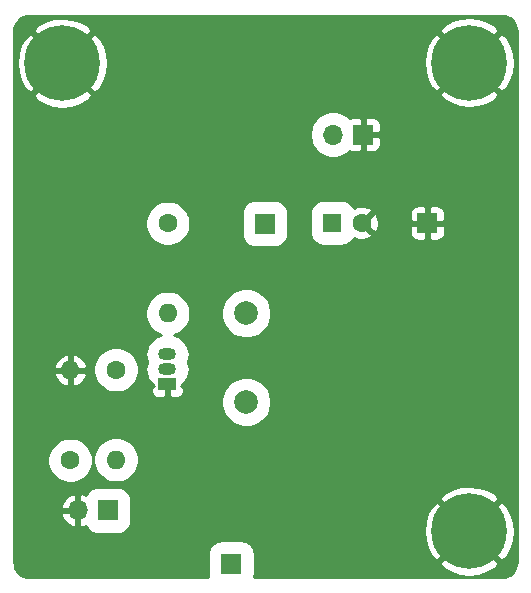
<source format=gtl>
G04 #@! TF.GenerationSoftware,KiCad,Pcbnew,(5.1.10)-1*
G04 #@! TF.CreationDate,2023-08-02T14:16:35+03:00*
G04 #@! TF.ProjectId,hv_cct,68765f63-6374-42e6-9b69-6361645f7063,rev?*
G04 #@! TF.SameCoordinates,Original*
G04 #@! TF.FileFunction,Copper,L1,Top*
G04 #@! TF.FilePolarity,Positive*
%FSLAX46Y46*%
G04 Gerber Fmt 4.6, Leading zero omitted, Abs format (unit mm)*
G04 Created by KiCad (PCBNEW (5.1.10)-1) date 2023-08-02 14:16:35*
%MOMM*%
%LPD*%
G01*
G04 APERTURE LIST*
G04 #@! TA.AperFunction,ComponentPad*
%ADD10C,6.400000*%
G04 #@! TD*
G04 #@! TA.AperFunction,ComponentPad*
%ADD11C,2.000000*%
G04 #@! TD*
G04 #@! TA.AperFunction,ComponentPad*
%ADD12O,1.600000X1.600000*%
G04 #@! TD*
G04 #@! TA.AperFunction,ComponentPad*
%ADD13C,1.600000*%
G04 #@! TD*
G04 #@! TA.AperFunction,ComponentPad*
%ADD14O,1.700000X1.700000*%
G04 #@! TD*
G04 #@! TA.AperFunction,ComponentPad*
%ADD15R,1.700000X1.700000*%
G04 #@! TD*
G04 #@! TA.AperFunction,ComponentPad*
%ADD16R,1.500000X1.050000*%
G04 #@! TD*
G04 #@! TA.AperFunction,ComponentPad*
%ADD17O,1.500000X1.050000*%
G04 #@! TD*
G04 #@! TA.AperFunction,ComponentPad*
%ADD18R,1.600000X1.600000*%
G04 #@! TD*
G04 #@! TA.AperFunction,ViaPad*
%ADD19C,0.800000*%
G04 #@! TD*
G04 #@! TA.AperFunction,Conductor*
%ADD20C,0.254000*%
G04 #@! TD*
G04 #@! TA.AperFunction,Conductor*
%ADD21C,0.100000*%
G04 #@! TD*
G04 APERTURE END LIST*
D10*
X187706000Y-71018400D03*
X222148400Y-110642400D03*
X222148400Y-70967600D03*
D11*
X203276200Y-99702000D03*
X203276200Y-92202000D03*
D12*
X196621400Y-92202000D03*
D13*
X196621400Y-84582000D03*
D12*
X192252600Y-104597200D03*
D13*
X192252600Y-96977200D03*
D12*
X188366400Y-97028000D03*
D13*
X188366400Y-104648000D03*
D14*
X210616800Y-77063600D03*
D15*
X213156800Y-77063600D03*
X218592400Y-84556600D03*
X204851000Y-84607400D03*
X202006200Y-113411000D03*
D14*
X189001400Y-108889800D03*
D15*
X191541400Y-108889800D03*
D16*
X196596000Y-98221800D03*
D17*
X196596000Y-95681800D03*
X196596000Y-96951800D03*
D13*
X213066000Y-84531200D03*
D18*
X210566000Y-84531200D03*
D19*
X199339200Y-102412800D03*
D20*
X225137716Y-67043016D02*
X225374460Y-67114493D01*
X225592811Y-67230592D01*
X225784454Y-67386892D01*
X225942085Y-67577435D01*
X226059707Y-67794973D01*
X226132836Y-68031213D01*
X226164601Y-68333438D01*
X226164600Y-113225990D01*
X226134584Y-113532117D01*
X226063107Y-113768859D01*
X225947005Y-113987215D01*
X225790709Y-114178853D01*
X225600161Y-114336487D01*
X225382629Y-114454107D01*
X225146386Y-114527236D01*
X224844172Y-114559000D01*
X203943514Y-114559000D01*
X203966893Y-114481931D01*
X203988653Y-114261000D01*
X203988653Y-113343281D01*
X219627124Y-113343281D01*
X219987312Y-113832948D01*
X220651282Y-114193249D01*
X221372785Y-114417094D01*
X222124095Y-114495880D01*
X222876338Y-114426578D01*
X223600608Y-114211852D01*
X224269070Y-113859955D01*
X224309488Y-113832948D01*
X224669676Y-113343281D01*
X222148400Y-110822005D01*
X219627124Y-113343281D01*
X203988653Y-113343281D01*
X203988653Y-112561000D01*
X203966893Y-112340069D01*
X203902450Y-112127629D01*
X203797800Y-111931843D01*
X203656965Y-111760235D01*
X203485357Y-111619400D01*
X203289571Y-111514750D01*
X203077131Y-111450307D01*
X202856200Y-111428547D01*
X201156200Y-111428547D01*
X200935269Y-111450307D01*
X200722829Y-111514750D01*
X200527043Y-111619400D01*
X200355435Y-111760235D01*
X200214600Y-111931843D01*
X200109950Y-112127629D01*
X200045507Y-112340069D01*
X200023747Y-112561000D01*
X200023747Y-114261000D01*
X200045507Y-114481931D01*
X200068886Y-114559000D01*
X184951610Y-114559000D01*
X184645483Y-114528984D01*
X184408741Y-114457507D01*
X184190385Y-114341405D01*
X183998747Y-114185109D01*
X183841113Y-113994561D01*
X183723493Y-113777029D01*
X183650364Y-113540786D01*
X183618600Y-113238572D01*
X183618600Y-109246691D01*
X187559919Y-109246691D01*
X187657243Y-109521052D01*
X187806222Y-109771155D01*
X188001131Y-109987388D01*
X188234480Y-110161441D01*
X188497301Y-110286625D01*
X188644510Y-110331276D01*
X188874400Y-110209955D01*
X188874400Y-109016800D01*
X187680586Y-109016800D01*
X187559919Y-109246691D01*
X183618600Y-109246691D01*
X183618600Y-108532909D01*
X187559919Y-108532909D01*
X187680586Y-108762800D01*
X188874400Y-108762800D01*
X188874400Y-107569645D01*
X189128400Y-107569645D01*
X189128400Y-108762800D01*
X189148400Y-108762800D01*
X189148400Y-109016800D01*
X189128400Y-109016800D01*
X189128400Y-110209955D01*
X189358290Y-110331276D01*
X189505499Y-110286625D01*
X189665147Y-110210583D01*
X189749800Y-110368957D01*
X189890635Y-110540565D01*
X190062243Y-110681400D01*
X190258029Y-110786050D01*
X190470469Y-110850493D01*
X190691400Y-110872253D01*
X192391400Y-110872253D01*
X192612331Y-110850493D01*
X192824771Y-110786050D01*
X193020557Y-110681400D01*
X193097694Y-110618095D01*
X218294920Y-110618095D01*
X218364222Y-111370338D01*
X218578948Y-112094608D01*
X218930845Y-112763070D01*
X218957852Y-112803488D01*
X219447519Y-113163676D01*
X221968795Y-110642400D01*
X222328005Y-110642400D01*
X224849281Y-113163676D01*
X225338948Y-112803488D01*
X225699249Y-112139518D01*
X225923094Y-111418015D01*
X226001880Y-110666705D01*
X225932578Y-109914462D01*
X225717852Y-109190192D01*
X225365955Y-108521730D01*
X225338948Y-108481312D01*
X224849281Y-108121124D01*
X222328005Y-110642400D01*
X221968795Y-110642400D01*
X219447519Y-108121124D01*
X218957852Y-108481312D01*
X218597551Y-109145282D01*
X218373706Y-109866785D01*
X218294920Y-110618095D01*
X193097694Y-110618095D01*
X193192165Y-110540565D01*
X193333000Y-110368957D01*
X193437650Y-110173171D01*
X193502093Y-109960731D01*
X193523853Y-109739800D01*
X193523853Y-108039800D01*
X193514174Y-107941519D01*
X219627124Y-107941519D01*
X222148400Y-110462795D01*
X224669676Y-107941519D01*
X224309488Y-107451852D01*
X223645518Y-107091551D01*
X222924015Y-106867706D01*
X222172705Y-106788920D01*
X221420462Y-106858222D01*
X220696192Y-107072948D01*
X220027730Y-107424845D01*
X219987312Y-107451852D01*
X219627124Y-107941519D01*
X193514174Y-107941519D01*
X193502093Y-107818869D01*
X193437650Y-107606429D01*
X193333000Y-107410643D01*
X193192165Y-107239035D01*
X193020557Y-107098200D01*
X192824771Y-106993550D01*
X192612331Y-106929107D01*
X192391400Y-106907347D01*
X190691400Y-106907347D01*
X190470469Y-106929107D01*
X190258029Y-106993550D01*
X190062243Y-107098200D01*
X189890635Y-107239035D01*
X189749800Y-107410643D01*
X189665147Y-107569017D01*
X189505499Y-107492975D01*
X189358290Y-107448324D01*
X189128400Y-107569645D01*
X188874400Y-107569645D01*
X188644510Y-107448324D01*
X188497301Y-107492975D01*
X188234480Y-107618159D01*
X188001131Y-107792212D01*
X187806222Y-108008445D01*
X187657243Y-108258548D01*
X187559919Y-108532909D01*
X183618600Y-108532909D01*
X183618600Y-104458207D01*
X186439400Y-104458207D01*
X186439400Y-104837793D01*
X186513453Y-105210085D01*
X186658715Y-105560777D01*
X186869601Y-105876391D01*
X187138009Y-106144799D01*
X187453623Y-106355685D01*
X187804315Y-106500947D01*
X188176607Y-106575000D01*
X188556193Y-106575000D01*
X188928485Y-106500947D01*
X189279177Y-106355685D01*
X189594791Y-106144799D01*
X189863199Y-105876391D01*
X190074085Y-105560777D01*
X190219347Y-105210085D01*
X190293400Y-104837793D01*
X190293400Y-104458207D01*
X190283296Y-104407407D01*
X190325600Y-104407407D01*
X190325600Y-104786993D01*
X190399653Y-105159285D01*
X190544915Y-105509977D01*
X190755801Y-105825591D01*
X191024209Y-106093999D01*
X191339823Y-106304885D01*
X191690515Y-106450147D01*
X192062807Y-106524200D01*
X192442393Y-106524200D01*
X192814685Y-106450147D01*
X193165377Y-106304885D01*
X193480991Y-106093999D01*
X193749399Y-105825591D01*
X193960285Y-105509977D01*
X194105547Y-105159285D01*
X194179600Y-104786993D01*
X194179600Y-104407407D01*
X194105547Y-104035115D01*
X193960285Y-103684423D01*
X193749399Y-103368809D01*
X193480991Y-103100401D01*
X193165377Y-102889515D01*
X192814685Y-102744253D01*
X192442393Y-102670200D01*
X192062807Y-102670200D01*
X191690515Y-102744253D01*
X191339823Y-102889515D01*
X191024209Y-103100401D01*
X190755801Y-103368809D01*
X190544915Y-103684423D01*
X190399653Y-104035115D01*
X190325600Y-104407407D01*
X190283296Y-104407407D01*
X190219347Y-104085915D01*
X190074085Y-103735223D01*
X189863199Y-103419609D01*
X189594791Y-103151201D01*
X189279177Y-102940315D01*
X188928485Y-102795053D01*
X188556193Y-102721000D01*
X188176607Y-102721000D01*
X187804315Y-102795053D01*
X187453623Y-102940315D01*
X187138009Y-103151201D01*
X186869601Y-103419609D01*
X186658715Y-103735223D01*
X186513453Y-104085915D01*
X186439400Y-104458207D01*
X183618600Y-104458207D01*
X183618600Y-99492509D01*
X201149200Y-99492509D01*
X201149200Y-99911491D01*
X201230939Y-100322423D01*
X201391277Y-100709512D01*
X201624051Y-101057884D01*
X201920316Y-101354149D01*
X202268688Y-101586923D01*
X202655777Y-101747261D01*
X203066709Y-101829000D01*
X203485691Y-101829000D01*
X203896623Y-101747261D01*
X204283712Y-101586923D01*
X204632084Y-101354149D01*
X204928349Y-101057884D01*
X205161123Y-100709512D01*
X205321461Y-100322423D01*
X205403200Y-99911491D01*
X205403200Y-99492509D01*
X205321461Y-99081577D01*
X205161123Y-98694488D01*
X204928349Y-98346116D01*
X204632084Y-98049851D01*
X204283712Y-97817077D01*
X203896623Y-97656739D01*
X203485691Y-97575000D01*
X203066709Y-97575000D01*
X202655777Y-97656739D01*
X202268688Y-97817077D01*
X201920316Y-98049851D01*
X201624051Y-98346116D01*
X201391277Y-98694488D01*
X201230939Y-99081577D01*
X201149200Y-99492509D01*
X183618600Y-99492509D01*
X183618600Y-97377040D01*
X186974491Y-97377040D01*
X187069330Y-97641881D01*
X187214015Y-97883131D01*
X187402986Y-98091519D01*
X187628980Y-98259037D01*
X187883313Y-98379246D01*
X188017361Y-98419904D01*
X188239400Y-98297915D01*
X188239400Y-97155000D01*
X188493400Y-97155000D01*
X188493400Y-98297915D01*
X188715439Y-98419904D01*
X188849487Y-98379246D01*
X189103820Y-98259037D01*
X189329814Y-98091519D01*
X189518785Y-97883131D01*
X189663470Y-97641881D01*
X189758309Y-97377040D01*
X189637024Y-97155000D01*
X188493400Y-97155000D01*
X188239400Y-97155000D01*
X187095776Y-97155000D01*
X186974491Y-97377040D01*
X183618600Y-97377040D01*
X183618600Y-96678960D01*
X186974491Y-96678960D01*
X187095776Y-96901000D01*
X188239400Y-96901000D01*
X188239400Y-95758085D01*
X188493400Y-95758085D01*
X188493400Y-96901000D01*
X189637024Y-96901000D01*
X189699071Y-96787407D01*
X190325600Y-96787407D01*
X190325600Y-97166993D01*
X190399653Y-97539285D01*
X190544915Y-97889977D01*
X190755801Y-98205591D01*
X191024209Y-98473999D01*
X191339823Y-98684885D01*
X191690515Y-98830147D01*
X192062807Y-98904200D01*
X192442393Y-98904200D01*
X192814685Y-98830147D01*
X193165377Y-98684885D01*
X193480991Y-98473999D01*
X193749399Y-98205591D01*
X193960285Y-97889977D01*
X194105547Y-97539285D01*
X194179600Y-97166993D01*
X194179600Y-96787407D01*
X194105547Y-96415115D01*
X193960285Y-96064423D01*
X193749399Y-95748809D01*
X193480991Y-95480401D01*
X193165377Y-95269515D01*
X192814685Y-95124253D01*
X192442393Y-95050200D01*
X192062807Y-95050200D01*
X191690515Y-95124253D01*
X191339823Y-95269515D01*
X191024209Y-95480401D01*
X190755801Y-95748809D01*
X190544915Y-96064423D01*
X190399653Y-96415115D01*
X190325600Y-96787407D01*
X189699071Y-96787407D01*
X189758309Y-96678960D01*
X189663470Y-96414119D01*
X189518785Y-96172869D01*
X189329814Y-95964481D01*
X189103820Y-95796963D01*
X188849487Y-95676754D01*
X188715439Y-95636096D01*
X188493400Y-95758085D01*
X188239400Y-95758085D01*
X188017361Y-95636096D01*
X187883313Y-95676754D01*
X187628980Y-95796963D01*
X187402986Y-95964481D01*
X187214015Y-96172869D01*
X187069330Y-96414119D01*
X186974491Y-96678960D01*
X183618600Y-96678960D01*
X183618600Y-92012207D01*
X194694400Y-92012207D01*
X194694400Y-92391793D01*
X194768453Y-92764085D01*
X194913715Y-93114777D01*
X195124601Y-93430391D01*
X195393009Y-93698799D01*
X195708623Y-93909685D01*
X196054552Y-94052974D01*
X196047151Y-94053703D01*
X195735748Y-94148166D01*
X195448757Y-94301566D01*
X195197208Y-94508008D01*
X194990766Y-94759557D01*
X194837366Y-95046548D01*
X194742903Y-95357951D01*
X194711007Y-95681800D01*
X194742903Y-96005649D01*
X194837290Y-96316800D01*
X194742903Y-96627951D01*
X194711007Y-96951800D01*
X194742903Y-97275649D01*
X194837366Y-97587052D01*
X194990766Y-97874043D01*
X195197208Y-98125592D01*
X195448757Y-98332034D01*
X195480124Y-98348800D01*
X195369750Y-98348800D01*
X195211000Y-98507550D01*
X195207928Y-98746800D01*
X195220188Y-98871282D01*
X195256498Y-98990980D01*
X195315463Y-99101294D01*
X195394815Y-99197985D01*
X195491506Y-99277337D01*
X195601820Y-99336302D01*
X195721518Y-99372612D01*
X195846000Y-99384872D01*
X196310250Y-99381800D01*
X196469000Y-99223050D01*
X196469000Y-98603800D01*
X196723000Y-98603800D01*
X196723000Y-99223050D01*
X196881750Y-99381800D01*
X197346000Y-99384872D01*
X197470482Y-99372612D01*
X197590180Y-99336302D01*
X197700494Y-99277337D01*
X197797185Y-99197985D01*
X197876537Y-99101294D01*
X197935502Y-98990980D01*
X197971812Y-98871282D01*
X197984072Y-98746800D01*
X197981000Y-98507550D01*
X197822250Y-98348800D01*
X197711876Y-98348800D01*
X197743243Y-98332034D01*
X197994792Y-98125592D01*
X198201234Y-97874043D01*
X198354634Y-97587052D01*
X198449097Y-97275649D01*
X198480993Y-96951800D01*
X198449097Y-96627951D01*
X198354710Y-96316800D01*
X198449097Y-96005649D01*
X198480993Y-95681800D01*
X198449097Y-95357951D01*
X198354634Y-95046548D01*
X198201234Y-94759557D01*
X197994792Y-94508008D01*
X197743243Y-94301566D01*
X197456252Y-94148166D01*
X197162627Y-94059096D01*
X197183485Y-94054947D01*
X197534177Y-93909685D01*
X197849791Y-93698799D01*
X198118199Y-93430391D01*
X198329085Y-93114777D01*
X198474347Y-92764085D01*
X198548400Y-92391793D01*
X198548400Y-92012207D01*
X198544482Y-91992509D01*
X201149200Y-91992509D01*
X201149200Y-92411491D01*
X201230939Y-92822423D01*
X201391277Y-93209512D01*
X201624051Y-93557884D01*
X201920316Y-93854149D01*
X202268688Y-94086923D01*
X202655777Y-94247261D01*
X203066709Y-94329000D01*
X203485691Y-94329000D01*
X203896623Y-94247261D01*
X204283712Y-94086923D01*
X204632084Y-93854149D01*
X204928349Y-93557884D01*
X205161123Y-93209512D01*
X205321461Y-92822423D01*
X205403200Y-92411491D01*
X205403200Y-91992509D01*
X205321461Y-91581577D01*
X205161123Y-91194488D01*
X204928349Y-90846116D01*
X204632084Y-90549851D01*
X204283712Y-90317077D01*
X203896623Y-90156739D01*
X203485691Y-90075000D01*
X203066709Y-90075000D01*
X202655777Y-90156739D01*
X202268688Y-90317077D01*
X201920316Y-90549851D01*
X201624051Y-90846116D01*
X201391277Y-91194488D01*
X201230939Y-91581577D01*
X201149200Y-91992509D01*
X198544482Y-91992509D01*
X198474347Y-91639915D01*
X198329085Y-91289223D01*
X198118199Y-90973609D01*
X197849791Y-90705201D01*
X197534177Y-90494315D01*
X197183485Y-90349053D01*
X196811193Y-90275000D01*
X196431607Y-90275000D01*
X196059315Y-90349053D01*
X195708623Y-90494315D01*
X195393009Y-90705201D01*
X195124601Y-90973609D01*
X194913715Y-91289223D01*
X194768453Y-91639915D01*
X194694400Y-92012207D01*
X183618600Y-92012207D01*
X183618600Y-84392207D01*
X194694400Y-84392207D01*
X194694400Y-84771793D01*
X194768453Y-85144085D01*
X194913715Y-85494777D01*
X195124601Y-85810391D01*
X195393009Y-86078799D01*
X195708623Y-86289685D01*
X196059315Y-86434947D01*
X196431607Y-86509000D01*
X196811193Y-86509000D01*
X197183485Y-86434947D01*
X197534177Y-86289685D01*
X197849791Y-86078799D01*
X198118199Y-85810391D01*
X198329085Y-85494777D01*
X198474347Y-85144085D01*
X198548400Y-84771793D01*
X198548400Y-84392207D01*
X198474347Y-84019915D01*
X198365610Y-83757400D01*
X202868547Y-83757400D01*
X202868547Y-85457400D01*
X202890307Y-85678331D01*
X202954750Y-85890771D01*
X203059400Y-86086557D01*
X203200235Y-86258165D01*
X203371843Y-86399000D01*
X203567629Y-86503650D01*
X203780069Y-86568093D01*
X204001000Y-86589853D01*
X205701000Y-86589853D01*
X205921931Y-86568093D01*
X206134371Y-86503650D01*
X206330157Y-86399000D01*
X206501765Y-86258165D01*
X206642600Y-86086557D01*
X206747250Y-85890771D01*
X206811693Y-85678331D01*
X206833453Y-85457400D01*
X206833453Y-83757400D01*
X206830873Y-83731200D01*
X208633547Y-83731200D01*
X208633547Y-85331200D01*
X208655307Y-85552131D01*
X208719750Y-85764571D01*
X208824400Y-85960357D01*
X208965235Y-86131965D01*
X209136843Y-86272800D01*
X209332629Y-86377450D01*
X209545069Y-86441893D01*
X209766000Y-86463653D01*
X211366000Y-86463653D01*
X211586931Y-86441893D01*
X211799371Y-86377450D01*
X211995157Y-86272800D01*
X212166765Y-86131965D01*
X212307600Y-85960357D01*
X212393126Y-85800349D01*
X212579996Y-85888771D01*
X212854184Y-85957500D01*
X213136512Y-85971417D01*
X213416130Y-85929987D01*
X213682292Y-85834803D01*
X213807514Y-85767871D01*
X213879097Y-85523902D01*
X213761795Y-85406600D01*
X217104328Y-85406600D01*
X217116588Y-85531082D01*
X217152898Y-85650780D01*
X217211863Y-85761094D01*
X217291215Y-85857785D01*
X217387906Y-85937137D01*
X217498220Y-85996102D01*
X217617918Y-86032412D01*
X217742400Y-86044672D01*
X218306650Y-86041600D01*
X218465400Y-85882850D01*
X218465400Y-84683600D01*
X218719400Y-84683600D01*
X218719400Y-85882850D01*
X218878150Y-86041600D01*
X219442400Y-86044672D01*
X219566882Y-86032412D01*
X219686580Y-85996102D01*
X219796894Y-85937137D01*
X219893585Y-85857785D01*
X219972937Y-85761094D01*
X220031902Y-85650780D01*
X220068212Y-85531082D01*
X220080472Y-85406600D01*
X220077400Y-84842350D01*
X219918650Y-84683600D01*
X218719400Y-84683600D01*
X218465400Y-84683600D01*
X217266150Y-84683600D01*
X217107400Y-84842350D01*
X217104328Y-85406600D01*
X213761795Y-85406600D01*
X213066000Y-84710805D01*
X213051858Y-84724948D01*
X212872253Y-84545343D01*
X212886395Y-84531200D01*
X213245605Y-84531200D01*
X214058702Y-85344297D01*
X214302671Y-85272714D01*
X214423571Y-85017204D01*
X214492300Y-84743016D01*
X214506217Y-84460688D01*
X214464787Y-84181070D01*
X214369603Y-83914908D01*
X214302671Y-83789686D01*
X214058702Y-83718103D01*
X213245605Y-84531200D01*
X212886395Y-84531200D01*
X212872253Y-84517058D01*
X213051858Y-84337453D01*
X213066000Y-84351595D01*
X213710995Y-83706600D01*
X217104328Y-83706600D01*
X217107400Y-84270850D01*
X217266150Y-84429600D01*
X218465400Y-84429600D01*
X218465400Y-83230350D01*
X218719400Y-83230350D01*
X218719400Y-84429600D01*
X219918650Y-84429600D01*
X220077400Y-84270850D01*
X220080472Y-83706600D01*
X220068212Y-83582118D01*
X220031902Y-83462420D01*
X219972937Y-83352106D01*
X219893585Y-83255415D01*
X219796894Y-83176063D01*
X219686580Y-83117098D01*
X219566882Y-83080788D01*
X219442400Y-83068528D01*
X218878150Y-83071600D01*
X218719400Y-83230350D01*
X218465400Y-83230350D01*
X218306650Y-83071600D01*
X217742400Y-83068528D01*
X217617918Y-83080788D01*
X217498220Y-83117098D01*
X217387906Y-83176063D01*
X217291215Y-83255415D01*
X217211863Y-83352106D01*
X217152898Y-83462420D01*
X217116588Y-83582118D01*
X217104328Y-83706600D01*
X213710995Y-83706600D01*
X213879097Y-83538498D01*
X213807514Y-83294529D01*
X213552004Y-83173629D01*
X213277816Y-83104900D01*
X212995488Y-83090983D01*
X212715870Y-83132413D01*
X212449708Y-83227597D01*
X212391376Y-83258776D01*
X212307600Y-83102043D01*
X212166765Y-82930435D01*
X211995157Y-82789600D01*
X211799371Y-82684950D01*
X211586931Y-82620507D01*
X211366000Y-82598747D01*
X209766000Y-82598747D01*
X209545069Y-82620507D01*
X209332629Y-82684950D01*
X209136843Y-82789600D01*
X208965235Y-82930435D01*
X208824400Y-83102043D01*
X208719750Y-83297829D01*
X208655307Y-83510269D01*
X208633547Y-83731200D01*
X206830873Y-83731200D01*
X206811693Y-83536469D01*
X206747250Y-83324029D01*
X206642600Y-83128243D01*
X206501765Y-82956635D01*
X206330157Y-82815800D01*
X206134371Y-82711150D01*
X205921931Y-82646707D01*
X205701000Y-82624947D01*
X204001000Y-82624947D01*
X203780069Y-82646707D01*
X203567629Y-82711150D01*
X203371843Y-82815800D01*
X203200235Y-82956635D01*
X203059400Y-83128243D01*
X202954750Y-83324029D01*
X202890307Y-83536469D01*
X202868547Y-83757400D01*
X198365610Y-83757400D01*
X198329085Y-83669223D01*
X198118199Y-83353609D01*
X197849791Y-83085201D01*
X197534177Y-82874315D01*
X197183485Y-82729053D01*
X196811193Y-82655000D01*
X196431607Y-82655000D01*
X196059315Y-82729053D01*
X195708623Y-82874315D01*
X195393009Y-83085201D01*
X195124601Y-83353609D01*
X194913715Y-83669223D01*
X194768453Y-84019915D01*
X194694400Y-84392207D01*
X183618600Y-84392207D01*
X183618600Y-76868882D01*
X208639800Y-76868882D01*
X208639800Y-77258318D01*
X208715775Y-77640270D01*
X208864805Y-78000061D01*
X209081164Y-78323864D01*
X209356536Y-78599236D01*
X209680339Y-78815595D01*
X210040130Y-78964625D01*
X210422082Y-79040600D01*
X210811518Y-79040600D01*
X211193470Y-78964625D01*
X211553261Y-78815595D01*
X211877064Y-78599236D01*
X212004346Y-78471954D01*
X212062620Y-78503102D01*
X212182318Y-78539412D01*
X212306800Y-78551672D01*
X212871050Y-78548600D01*
X213029800Y-78389850D01*
X213029800Y-77190600D01*
X213283800Y-77190600D01*
X213283800Y-78389850D01*
X213442550Y-78548600D01*
X214006800Y-78551672D01*
X214131282Y-78539412D01*
X214250980Y-78503102D01*
X214361294Y-78444137D01*
X214457985Y-78364785D01*
X214537337Y-78268094D01*
X214596302Y-78157780D01*
X214632612Y-78038082D01*
X214644872Y-77913600D01*
X214641800Y-77349350D01*
X214483050Y-77190600D01*
X213283800Y-77190600D01*
X213029800Y-77190600D01*
X213009800Y-77190600D01*
X213009800Y-76936600D01*
X213029800Y-76936600D01*
X213029800Y-75737350D01*
X213283800Y-75737350D01*
X213283800Y-76936600D01*
X214483050Y-76936600D01*
X214641800Y-76777850D01*
X214644872Y-76213600D01*
X214632612Y-76089118D01*
X214596302Y-75969420D01*
X214537337Y-75859106D01*
X214457985Y-75762415D01*
X214361294Y-75683063D01*
X214250980Y-75624098D01*
X214131282Y-75587788D01*
X214006800Y-75575528D01*
X213442550Y-75578600D01*
X213283800Y-75737350D01*
X213029800Y-75737350D01*
X212871050Y-75578600D01*
X212306800Y-75575528D01*
X212182318Y-75587788D01*
X212062620Y-75624098D01*
X212004346Y-75655246D01*
X211877064Y-75527964D01*
X211553261Y-75311605D01*
X211193470Y-75162575D01*
X210811518Y-75086600D01*
X210422082Y-75086600D01*
X210040130Y-75162575D01*
X209680339Y-75311605D01*
X209356536Y-75527964D01*
X209081164Y-75803336D01*
X208864805Y-76127139D01*
X208715775Y-76486930D01*
X208639800Y-76868882D01*
X183618600Y-76868882D01*
X183618600Y-73719281D01*
X185184724Y-73719281D01*
X185544912Y-74208948D01*
X186208882Y-74569249D01*
X186930385Y-74793094D01*
X187681695Y-74871880D01*
X188433938Y-74802578D01*
X189158208Y-74587852D01*
X189826670Y-74235955D01*
X189867088Y-74208948D01*
X190227276Y-73719281D01*
X190176476Y-73668481D01*
X219627124Y-73668481D01*
X219987312Y-74158148D01*
X220651282Y-74518449D01*
X221372785Y-74742294D01*
X222124095Y-74821080D01*
X222876338Y-74751778D01*
X223600608Y-74537052D01*
X224269070Y-74185155D01*
X224309488Y-74158148D01*
X224669676Y-73668481D01*
X222148400Y-71147205D01*
X219627124Y-73668481D01*
X190176476Y-73668481D01*
X187706000Y-71198005D01*
X185184724Y-73719281D01*
X183618600Y-73719281D01*
X183618600Y-70994095D01*
X183852520Y-70994095D01*
X183921822Y-71746338D01*
X184136548Y-72470608D01*
X184488445Y-73139070D01*
X184515452Y-73179488D01*
X185005119Y-73539676D01*
X187526395Y-71018400D01*
X187885605Y-71018400D01*
X190406881Y-73539676D01*
X190896548Y-73179488D01*
X191256849Y-72515518D01*
X191480694Y-71794015D01*
X191559480Y-71042705D01*
X191550322Y-70943295D01*
X218294920Y-70943295D01*
X218364222Y-71695538D01*
X218578948Y-72419808D01*
X218930845Y-73088270D01*
X218957852Y-73128688D01*
X219447519Y-73488876D01*
X221968795Y-70967600D01*
X222328005Y-70967600D01*
X224849281Y-73488876D01*
X225338948Y-73128688D01*
X225699249Y-72464718D01*
X225923094Y-71743215D01*
X226001880Y-70991905D01*
X225932578Y-70239662D01*
X225717852Y-69515392D01*
X225365955Y-68846930D01*
X225338948Y-68806512D01*
X224849281Y-68446324D01*
X222328005Y-70967600D01*
X221968795Y-70967600D01*
X219447519Y-68446324D01*
X218957852Y-68806512D01*
X218597551Y-69470482D01*
X218373706Y-70191985D01*
X218294920Y-70943295D01*
X191550322Y-70943295D01*
X191490178Y-70290462D01*
X191275452Y-69566192D01*
X190923555Y-68897730D01*
X190896548Y-68857312D01*
X190406881Y-68497124D01*
X187885605Y-71018400D01*
X187526395Y-71018400D01*
X185005119Y-68497124D01*
X184515452Y-68857312D01*
X184155151Y-69521282D01*
X183931306Y-70242785D01*
X183852520Y-70994095D01*
X183618600Y-70994095D01*
X183618600Y-68346010D01*
X183621393Y-68317519D01*
X185184724Y-68317519D01*
X187706000Y-70838795D01*
X190227276Y-68317519D01*
X190189909Y-68266719D01*
X219627124Y-68266719D01*
X222148400Y-70787995D01*
X224669676Y-68266719D01*
X224309488Y-67777052D01*
X223645518Y-67416751D01*
X222924015Y-67192906D01*
X222172705Y-67114120D01*
X221420462Y-67183422D01*
X220696192Y-67398148D01*
X220027730Y-67750045D01*
X219987312Y-67777052D01*
X219627124Y-68266719D01*
X190189909Y-68266719D01*
X189867088Y-67827852D01*
X189203118Y-67467551D01*
X188481615Y-67243706D01*
X187730305Y-67164920D01*
X186978062Y-67234222D01*
X186253792Y-67448948D01*
X185585330Y-67800845D01*
X185544912Y-67827852D01*
X185184724Y-68317519D01*
X183621393Y-68317519D01*
X183648616Y-68039884D01*
X183720093Y-67803140D01*
X183836192Y-67584789D01*
X183992492Y-67393146D01*
X184183035Y-67235515D01*
X184400573Y-67117893D01*
X184636813Y-67044764D01*
X184939029Y-67013000D01*
X224831590Y-67013000D01*
X225137716Y-67043016D01*
G04 #@! TA.AperFunction,Conductor*
D21*
G36*
X225137716Y-67043016D02*
G01*
X225374460Y-67114493D01*
X225592811Y-67230592D01*
X225784454Y-67386892D01*
X225942085Y-67577435D01*
X226059707Y-67794973D01*
X226132836Y-68031213D01*
X226164601Y-68333438D01*
X226164600Y-113225990D01*
X226134584Y-113532117D01*
X226063107Y-113768859D01*
X225947005Y-113987215D01*
X225790709Y-114178853D01*
X225600161Y-114336487D01*
X225382629Y-114454107D01*
X225146386Y-114527236D01*
X224844172Y-114559000D01*
X203943514Y-114559000D01*
X203966893Y-114481931D01*
X203988653Y-114261000D01*
X203988653Y-113343281D01*
X219627124Y-113343281D01*
X219987312Y-113832948D01*
X220651282Y-114193249D01*
X221372785Y-114417094D01*
X222124095Y-114495880D01*
X222876338Y-114426578D01*
X223600608Y-114211852D01*
X224269070Y-113859955D01*
X224309488Y-113832948D01*
X224669676Y-113343281D01*
X222148400Y-110822005D01*
X219627124Y-113343281D01*
X203988653Y-113343281D01*
X203988653Y-112561000D01*
X203966893Y-112340069D01*
X203902450Y-112127629D01*
X203797800Y-111931843D01*
X203656965Y-111760235D01*
X203485357Y-111619400D01*
X203289571Y-111514750D01*
X203077131Y-111450307D01*
X202856200Y-111428547D01*
X201156200Y-111428547D01*
X200935269Y-111450307D01*
X200722829Y-111514750D01*
X200527043Y-111619400D01*
X200355435Y-111760235D01*
X200214600Y-111931843D01*
X200109950Y-112127629D01*
X200045507Y-112340069D01*
X200023747Y-112561000D01*
X200023747Y-114261000D01*
X200045507Y-114481931D01*
X200068886Y-114559000D01*
X184951610Y-114559000D01*
X184645483Y-114528984D01*
X184408741Y-114457507D01*
X184190385Y-114341405D01*
X183998747Y-114185109D01*
X183841113Y-113994561D01*
X183723493Y-113777029D01*
X183650364Y-113540786D01*
X183618600Y-113238572D01*
X183618600Y-109246691D01*
X187559919Y-109246691D01*
X187657243Y-109521052D01*
X187806222Y-109771155D01*
X188001131Y-109987388D01*
X188234480Y-110161441D01*
X188497301Y-110286625D01*
X188644510Y-110331276D01*
X188874400Y-110209955D01*
X188874400Y-109016800D01*
X187680586Y-109016800D01*
X187559919Y-109246691D01*
X183618600Y-109246691D01*
X183618600Y-108532909D01*
X187559919Y-108532909D01*
X187680586Y-108762800D01*
X188874400Y-108762800D01*
X188874400Y-107569645D01*
X189128400Y-107569645D01*
X189128400Y-108762800D01*
X189148400Y-108762800D01*
X189148400Y-109016800D01*
X189128400Y-109016800D01*
X189128400Y-110209955D01*
X189358290Y-110331276D01*
X189505499Y-110286625D01*
X189665147Y-110210583D01*
X189749800Y-110368957D01*
X189890635Y-110540565D01*
X190062243Y-110681400D01*
X190258029Y-110786050D01*
X190470469Y-110850493D01*
X190691400Y-110872253D01*
X192391400Y-110872253D01*
X192612331Y-110850493D01*
X192824771Y-110786050D01*
X193020557Y-110681400D01*
X193097694Y-110618095D01*
X218294920Y-110618095D01*
X218364222Y-111370338D01*
X218578948Y-112094608D01*
X218930845Y-112763070D01*
X218957852Y-112803488D01*
X219447519Y-113163676D01*
X221968795Y-110642400D01*
X222328005Y-110642400D01*
X224849281Y-113163676D01*
X225338948Y-112803488D01*
X225699249Y-112139518D01*
X225923094Y-111418015D01*
X226001880Y-110666705D01*
X225932578Y-109914462D01*
X225717852Y-109190192D01*
X225365955Y-108521730D01*
X225338948Y-108481312D01*
X224849281Y-108121124D01*
X222328005Y-110642400D01*
X221968795Y-110642400D01*
X219447519Y-108121124D01*
X218957852Y-108481312D01*
X218597551Y-109145282D01*
X218373706Y-109866785D01*
X218294920Y-110618095D01*
X193097694Y-110618095D01*
X193192165Y-110540565D01*
X193333000Y-110368957D01*
X193437650Y-110173171D01*
X193502093Y-109960731D01*
X193523853Y-109739800D01*
X193523853Y-108039800D01*
X193514174Y-107941519D01*
X219627124Y-107941519D01*
X222148400Y-110462795D01*
X224669676Y-107941519D01*
X224309488Y-107451852D01*
X223645518Y-107091551D01*
X222924015Y-106867706D01*
X222172705Y-106788920D01*
X221420462Y-106858222D01*
X220696192Y-107072948D01*
X220027730Y-107424845D01*
X219987312Y-107451852D01*
X219627124Y-107941519D01*
X193514174Y-107941519D01*
X193502093Y-107818869D01*
X193437650Y-107606429D01*
X193333000Y-107410643D01*
X193192165Y-107239035D01*
X193020557Y-107098200D01*
X192824771Y-106993550D01*
X192612331Y-106929107D01*
X192391400Y-106907347D01*
X190691400Y-106907347D01*
X190470469Y-106929107D01*
X190258029Y-106993550D01*
X190062243Y-107098200D01*
X189890635Y-107239035D01*
X189749800Y-107410643D01*
X189665147Y-107569017D01*
X189505499Y-107492975D01*
X189358290Y-107448324D01*
X189128400Y-107569645D01*
X188874400Y-107569645D01*
X188644510Y-107448324D01*
X188497301Y-107492975D01*
X188234480Y-107618159D01*
X188001131Y-107792212D01*
X187806222Y-108008445D01*
X187657243Y-108258548D01*
X187559919Y-108532909D01*
X183618600Y-108532909D01*
X183618600Y-104458207D01*
X186439400Y-104458207D01*
X186439400Y-104837793D01*
X186513453Y-105210085D01*
X186658715Y-105560777D01*
X186869601Y-105876391D01*
X187138009Y-106144799D01*
X187453623Y-106355685D01*
X187804315Y-106500947D01*
X188176607Y-106575000D01*
X188556193Y-106575000D01*
X188928485Y-106500947D01*
X189279177Y-106355685D01*
X189594791Y-106144799D01*
X189863199Y-105876391D01*
X190074085Y-105560777D01*
X190219347Y-105210085D01*
X190293400Y-104837793D01*
X190293400Y-104458207D01*
X190283296Y-104407407D01*
X190325600Y-104407407D01*
X190325600Y-104786993D01*
X190399653Y-105159285D01*
X190544915Y-105509977D01*
X190755801Y-105825591D01*
X191024209Y-106093999D01*
X191339823Y-106304885D01*
X191690515Y-106450147D01*
X192062807Y-106524200D01*
X192442393Y-106524200D01*
X192814685Y-106450147D01*
X193165377Y-106304885D01*
X193480991Y-106093999D01*
X193749399Y-105825591D01*
X193960285Y-105509977D01*
X194105547Y-105159285D01*
X194179600Y-104786993D01*
X194179600Y-104407407D01*
X194105547Y-104035115D01*
X193960285Y-103684423D01*
X193749399Y-103368809D01*
X193480991Y-103100401D01*
X193165377Y-102889515D01*
X192814685Y-102744253D01*
X192442393Y-102670200D01*
X192062807Y-102670200D01*
X191690515Y-102744253D01*
X191339823Y-102889515D01*
X191024209Y-103100401D01*
X190755801Y-103368809D01*
X190544915Y-103684423D01*
X190399653Y-104035115D01*
X190325600Y-104407407D01*
X190283296Y-104407407D01*
X190219347Y-104085915D01*
X190074085Y-103735223D01*
X189863199Y-103419609D01*
X189594791Y-103151201D01*
X189279177Y-102940315D01*
X188928485Y-102795053D01*
X188556193Y-102721000D01*
X188176607Y-102721000D01*
X187804315Y-102795053D01*
X187453623Y-102940315D01*
X187138009Y-103151201D01*
X186869601Y-103419609D01*
X186658715Y-103735223D01*
X186513453Y-104085915D01*
X186439400Y-104458207D01*
X183618600Y-104458207D01*
X183618600Y-99492509D01*
X201149200Y-99492509D01*
X201149200Y-99911491D01*
X201230939Y-100322423D01*
X201391277Y-100709512D01*
X201624051Y-101057884D01*
X201920316Y-101354149D01*
X202268688Y-101586923D01*
X202655777Y-101747261D01*
X203066709Y-101829000D01*
X203485691Y-101829000D01*
X203896623Y-101747261D01*
X204283712Y-101586923D01*
X204632084Y-101354149D01*
X204928349Y-101057884D01*
X205161123Y-100709512D01*
X205321461Y-100322423D01*
X205403200Y-99911491D01*
X205403200Y-99492509D01*
X205321461Y-99081577D01*
X205161123Y-98694488D01*
X204928349Y-98346116D01*
X204632084Y-98049851D01*
X204283712Y-97817077D01*
X203896623Y-97656739D01*
X203485691Y-97575000D01*
X203066709Y-97575000D01*
X202655777Y-97656739D01*
X202268688Y-97817077D01*
X201920316Y-98049851D01*
X201624051Y-98346116D01*
X201391277Y-98694488D01*
X201230939Y-99081577D01*
X201149200Y-99492509D01*
X183618600Y-99492509D01*
X183618600Y-97377040D01*
X186974491Y-97377040D01*
X187069330Y-97641881D01*
X187214015Y-97883131D01*
X187402986Y-98091519D01*
X187628980Y-98259037D01*
X187883313Y-98379246D01*
X188017361Y-98419904D01*
X188239400Y-98297915D01*
X188239400Y-97155000D01*
X188493400Y-97155000D01*
X188493400Y-98297915D01*
X188715439Y-98419904D01*
X188849487Y-98379246D01*
X189103820Y-98259037D01*
X189329814Y-98091519D01*
X189518785Y-97883131D01*
X189663470Y-97641881D01*
X189758309Y-97377040D01*
X189637024Y-97155000D01*
X188493400Y-97155000D01*
X188239400Y-97155000D01*
X187095776Y-97155000D01*
X186974491Y-97377040D01*
X183618600Y-97377040D01*
X183618600Y-96678960D01*
X186974491Y-96678960D01*
X187095776Y-96901000D01*
X188239400Y-96901000D01*
X188239400Y-95758085D01*
X188493400Y-95758085D01*
X188493400Y-96901000D01*
X189637024Y-96901000D01*
X189699071Y-96787407D01*
X190325600Y-96787407D01*
X190325600Y-97166993D01*
X190399653Y-97539285D01*
X190544915Y-97889977D01*
X190755801Y-98205591D01*
X191024209Y-98473999D01*
X191339823Y-98684885D01*
X191690515Y-98830147D01*
X192062807Y-98904200D01*
X192442393Y-98904200D01*
X192814685Y-98830147D01*
X193165377Y-98684885D01*
X193480991Y-98473999D01*
X193749399Y-98205591D01*
X193960285Y-97889977D01*
X194105547Y-97539285D01*
X194179600Y-97166993D01*
X194179600Y-96787407D01*
X194105547Y-96415115D01*
X193960285Y-96064423D01*
X193749399Y-95748809D01*
X193480991Y-95480401D01*
X193165377Y-95269515D01*
X192814685Y-95124253D01*
X192442393Y-95050200D01*
X192062807Y-95050200D01*
X191690515Y-95124253D01*
X191339823Y-95269515D01*
X191024209Y-95480401D01*
X190755801Y-95748809D01*
X190544915Y-96064423D01*
X190399653Y-96415115D01*
X190325600Y-96787407D01*
X189699071Y-96787407D01*
X189758309Y-96678960D01*
X189663470Y-96414119D01*
X189518785Y-96172869D01*
X189329814Y-95964481D01*
X189103820Y-95796963D01*
X188849487Y-95676754D01*
X188715439Y-95636096D01*
X188493400Y-95758085D01*
X188239400Y-95758085D01*
X188017361Y-95636096D01*
X187883313Y-95676754D01*
X187628980Y-95796963D01*
X187402986Y-95964481D01*
X187214015Y-96172869D01*
X187069330Y-96414119D01*
X186974491Y-96678960D01*
X183618600Y-96678960D01*
X183618600Y-92012207D01*
X194694400Y-92012207D01*
X194694400Y-92391793D01*
X194768453Y-92764085D01*
X194913715Y-93114777D01*
X195124601Y-93430391D01*
X195393009Y-93698799D01*
X195708623Y-93909685D01*
X196054552Y-94052974D01*
X196047151Y-94053703D01*
X195735748Y-94148166D01*
X195448757Y-94301566D01*
X195197208Y-94508008D01*
X194990766Y-94759557D01*
X194837366Y-95046548D01*
X194742903Y-95357951D01*
X194711007Y-95681800D01*
X194742903Y-96005649D01*
X194837290Y-96316800D01*
X194742903Y-96627951D01*
X194711007Y-96951800D01*
X194742903Y-97275649D01*
X194837366Y-97587052D01*
X194990766Y-97874043D01*
X195197208Y-98125592D01*
X195448757Y-98332034D01*
X195480124Y-98348800D01*
X195369750Y-98348800D01*
X195211000Y-98507550D01*
X195207928Y-98746800D01*
X195220188Y-98871282D01*
X195256498Y-98990980D01*
X195315463Y-99101294D01*
X195394815Y-99197985D01*
X195491506Y-99277337D01*
X195601820Y-99336302D01*
X195721518Y-99372612D01*
X195846000Y-99384872D01*
X196310250Y-99381800D01*
X196469000Y-99223050D01*
X196469000Y-98603800D01*
X196723000Y-98603800D01*
X196723000Y-99223050D01*
X196881750Y-99381800D01*
X197346000Y-99384872D01*
X197470482Y-99372612D01*
X197590180Y-99336302D01*
X197700494Y-99277337D01*
X197797185Y-99197985D01*
X197876537Y-99101294D01*
X197935502Y-98990980D01*
X197971812Y-98871282D01*
X197984072Y-98746800D01*
X197981000Y-98507550D01*
X197822250Y-98348800D01*
X197711876Y-98348800D01*
X197743243Y-98332034D01*
X197994792Y-98125592D01*
X198201234Y-97874043D01*
X198354634Y-97587052D01*
X198449097Y-97275649D01*
X198480993Y-96951800D01*
X198449097Y-96627951D01*
X198354710Y-96316800D01*
X198449097Y-96005649D01*
X198480993Y-95681800D01*
X198449097Y-95357951D01*
X198354634Y-95046548D01*
X198201234Y-94759557D01*
X197994792Y-94508008D01*
X197743243Y-94301566D01*
X197456252Y-94148166D01*
X197162627Y-94059096D01*
X197183485Y-94054947D01*
X197534177Y-93909685D01*
X197849791Y-93698799D01*
X198118199Y-93430391D01*
X198329085Y-93114777D01*
X198474347Y-92764085D01*
X198548400Y-92391793D01*
X198548400Y-92012207D01*
X198544482Y-91992509D01*
X201149200Y-91992509D01*
X201149200Y-92411491D01*
X201230939Y-92822423D01*
X201391277Y-93209512D01*
X201624051Y-93557884D01*
X201920316Y-93854149D01*
X202268688Y-94086923D01*
X202655777Y-94247261D01*
X203066709Y-94329000D01*
X203485691Y-94329000D01*
X203896623Y-94247261D01*
X204283712Y-94086923D01*
X204632084Y-93854149D01*
X204928349Y-93557884D01*
X205161123Y-93209512D01*
X205321461Y-92822423D01*
X205403200Y-92411491D01*
X205403200Y-91992509D01*
X205321461Y-91581577D01*
X205161123Y-91194488D01*
X204928349Y-90846116D01*
X204632084Y-90549851D01*
X204283712Y-90317077D01*
X203896623Y-90156739D01*
X203485691Y-90075000D01*
X203066709Y-90075000D01*
X202655777Y-90156739D01*
X202268688Y-90317077D01*
X201920316Y-90549851D01*
X201624051Y-90846116D01*
X201391277Y-91194488D01*
X201230939Y-91581577D01*
X201149200Y-91992509D01*
X198544482Y-91992509D01*
X198474347Y-91639915D01*
X198329085Y-91289223D01*
X198118199Y-90973609D01*
X197849791Y-90705201D01*
X197534177Y-90494315D01*
X197183485Y-90349053D01*
X196811193Y-90275000D01*
X196431607Y-90275000D01*
X196059315Y-90349053D01*
X195708623Y-90494315D01*
X195393009Y-90705201D01*
X195124601Y-90973609D01*
X194913715Y-91289223D01*
X194768453Y-91639915D01*
X194694400Y-92012207D01*
X183618600Y-92012207D01*
X183618600Y-84392207D01*
X194694400Y-84392207D01*
X194694400Y-84771793D01*
X194768453Y-85144085D01*
X194913715Y-85494777D01*
X195124601Y-85810391D01*
X195393009Y-86078799D01*
X195708623Y-86289685D01*
X196059315Y-86434947D01*
X196431607Y-86509000D01*
X196811193Y-86509000D01*
X197183485Y-86434947D01*
X197534177Y-86289685D01*
X197849791Y-86078799D01*
X198118199Y-85810391D01*
X198329085Y-85494777D01*
X198474347Y-85144085D01*
X198548400Y-84771793D01*
X198548400Y-84392207D01*
X198474347Y-84019915D01*
X198365610Y-83757400D01*
X202868547Y-83757400D01*
X202868547Y-85457400D01*
X202890307Y-85678331D01*
X202954750Y-85890771D01*
X203059400Y-86086557D01*
X203200235Y-86258165D01*
X203371843Y-86399000D01*
X203567629Y-86503650D01*
X203780069Y-86568093D01*
X204001000Y-86589853D01*
X205701000Y-86589853D01*
X205921931Y-86568093D01*
X206134371Y-86503650D01*
X206330157Y-86399000D01*
X206501765Y-86258165D01*
X206642600Y-86086557D01*
X206747250Y-85890771D01*
X206811693Y-85678331D01*
X206833453Y-85457400D01*
X206833453Y-83757400D01*
X206830873Y-83731200D01*
X208633547Y-83731200D01*
X208633547Y-85331200D01*
X208655307Y-85552131D01*
X208719750Y-85764571D01*
X208824400Y-85960357D01*
X208965235Y-86131965D01*
X209136843Y-86272800D01*
X209332629Y-86377450D01*
X209545069Y-86441893D01*
X209766000Y-86463653D01*
X211366000Y-86463653D01*
X211586931Y-86441893D01*
X211799371Y-86377450D01*
X211995157Y-86272800D01*
X212166765Y-86131965D01*
X212307600Y-85960357D01*
X212393126Y-85800349D01*
X212579996Y-85888771D01*
X212854184Y-85957500D01*
X213136512Y-85971417D01*
X213416130Y-85929987D01*
X213682292Y-85834803D01*
X213807514Y-85767871D01*
X213879097Y-85523902D01*
X213761795Y-85406600D01*
X217104328Y-85406600D01*
X217116588Y-85531082D01*
X217152898Y-85650780D01*
X217211863Y-85761094D01*
X217291215Y-85857785D01*
X217387906Y-85937137D01*
X217498220Y-85996102D01*
X217617918Y-86032412D01*
X217742400Y-86044672D01*
X218306650Y-86041600D01*
X218465400Y-85882850D01*
X218465400Y-84683600D01*
X218719400Y-84683600D01*
X218719400Y-85882850D01*
X218878150Y-86041600D01*
X219442400Y-86044672D01*
X219566882Y-86032412D01*
X219686580Y-85996102D01*
X219796894Y-85937137D01*
X219893585Y-85857785D01*
X219972937Y-85761094D01*
X220031902Y-85650780D01*
X220068212Y-85531082D01*
X220080472Y-85406600D01*
X220077400Y-84842350D01*
X219918650Y-84683600D01*
X218719400Y-84683600D01*
X218465400Y-84683600D01*
X217266150Y-84683600D01*
X217107400Y-84842350D01*
X217104328Y-85406600D01*
X213761795Y-85406600D01*
X213066000Y-84710805D01*
X213051858Y-84724948D01*
X212872253Y-84545343D01*
X212886395Y-84531200D01*
X213245605Y-84531200D01*
X214058702Y-85344297D01*
X214302671Y-85272714D01*
X214423571Y-85017204D01*
X214492300Y-84743016D01*
X214506217Y-84460688D01*
X214464787Y-84181070D01*
X214369603Y-83914908D01*
X214302671Y-83789686D01*
X214058702Y-83718103D01*
X213245605Y-84531200D01*
X212886395Y-84531200D01*
X212872253Y-84517058D01*
X213051858Y-84337453D01*
X213066000Y-84351595D01*
X213710995Y-83706600D01*
X217104328Y-83706600D01*
X217107400Y-84270850D01*
X217266150Y-84429600D01*
X218465400Y-84429600D01*
X218465400Y-83230350D01*
X218719400Y-83230350D01*
X218719400Y-84429600D01*
X219918650Y-84429600D01*
X220077400Y-84270850D01*
X220080472Y-83706600D01*
X220068212Y-83582118D01*
X220031902Y-83462420D01*
X219972937Y-83352106D01*
X219893585Y-83255415D01*
X219796894Y-83176063D01*
X219686580Y-83117098D01*
X219566882Y-83080788D01*
X219442400Y-83068528D01*
X218878150Y-83071600D01*
X218719400Y-83230350D01*
X218465400Y-83230350D01*
X218306650Y-83071600D01*
X217742400Y-83068528D01*
X217617918Y-83080788D01*
X217498220Y-83117098D01*
X217387906Y-83176063D01*
X217291215Y-83255415D01*
X217211863Y-83352106D01*
X217152898Y-83462420D01*
X217116588Y-83582118D01*
X217104328Y-83706600D01*
X213710995Y-83706600D01*
X213879097Y-83538498D01*
X213807514Y-83294529D01*
X213552004Y-83173629D01*
X213277816Y-83104900D01*
X212995488Y-83090983D01*
X212715870Y-83132413D01*
X212449708Y-83227597D01*
X212391376Y-83258776D01*
X212307600Y-83102043D01*
X212166765Y-82930435D01*
X211995157Y-82789600D01*
X211799371Y-82684950D01*
X211586931Y-82620507D01*
X211366000Y-82598747D01*
X209766000Y-82598747D01*
X209545069Y-82620507D01*
X209332629Y-82684950D01*
X209136843Y-82789600D01*
X208965235Y-82930435D01*
X208824400Y-83102043D01*
X208719750Y-83297829D01*
X208655307Y-83510269D01*
X208633547Y-83731200D01*
X206830873Y-83731200D01*
X206811693Y-83536469D01*
X206747250Y-83324029D01*
X206642600Y-83128243D01*
X206501765Y-82956635D01*
X206330157Y-82815800D01*
X206134371Y-82711150D01*
X205921931Y-82646707D01*
X205701000Y-82624947D01*
X204001000Y-82624947D01*
X203780069Y-82646707D01*
X203567629Y-82711150D01*
X203371843Y-82815800D01*
X203200235Y-82956635D01*
X203059400Y-83128243D01*
X202954750Y-83324029D01*
X202890307Y-83536469D01*
X202868547Y-83757400D01*
X198365610Y-83757400D01*
X198329085Y-83669223D01*
X198118199Y-83353609D01*
X197849791Y-83085201D01*
X197534177Y-82874315D01*
X197183485Y-82729053D01*
X196811193Y-82655000D01*
X196431607Y-82655000D01*
X196059315Y-82729053D01*
X195708623Y-82874315D01*
X195393009Y-83085201D01*
X195124601Y-83353609D01*
X194913715Y-83669223D01*
X194768453Y-84019915D01*
X194694400Y-84392207D01*
X183618600Y-84392207D01*
X183618600Y-76868882D01*
X208639800Y-76868882D01*
X208639800Y-77258318D01*
X208715775Y-77640270D01*
X208864805Y-78000061D01*
X209081164Y-78323864D01*
X209356536Y-78599236D01*
X209680339Y-78815595D01*
X210040130Y-78964625D01*
X210422082Y-79040600D01*
X210811518Y-79040600D01*
X211193470Y-78964625D01*
X211553261Y-78815595D01*
X211877064Y-78599236D01*
X212004346Y-78471954D01*
X212062620Y-78503102D01*
X212182318Y-78539412D01*
X212306800Y-78551672D01*
X212871050Y-78548600D01*
X213029800Y-78389850D01*
X213029800Y-77190600D01*
X213283800Y-77190600D01*
X213283800Y-78389850D01*
X213442550Y-78548600D01*
X214006800Y-78551672D01*
X214131282Y-78539412D01*
X214250980Y-78503102D01*
X214361294Y-78444137D01*
X214457985Y-78364785D01*
X214537337Y-78268094D01*
X214596302Y-78157780D01*
X214632612Y-78038082D01*
X214644872Y-77913600D01*
X214641800Y-77349350D01*
X214483050Y-77190600D01*
X213283800Y-77190600D01*
X213029800Y-77190600D01*
X213009800Y-77190600D01*
X213009800Y-76936600D01*
X213029800Y-76936600D01*
X213029800Y-75737350D01*
X213283800Y-75737350D01*
X213283800Y-76936600D01*
X214483050Y-76936600D01*
X214641800Y-76777850D01*
X214644872Y-76213600D01*
X214632612Y-76089118D01*
X214596302Y-75969420D01*
X214537337Y-75859106D01*
X214457985Y-75762415D01*
X214361294Y-75683063D01*
X214250980Y-75624098D01*
X214131282Y-75587788D01*
X214006800Y-75575528D01*
X213442550Y-75578600D01*
X213283800Y-75737350D01*
X213029800Y-75737350D01*
X212871050Y-75578600D01*
X212306800Y-75575528D01*
X212182318Y-75587788D01*
X212062620Y-75624098D01*
X212004346Y-75655246D01*
X211877064Y-75527964D01*
X211553261Y-75311605D01*
X211193470Y-75162575D01*
X210811518Y-75086600D01*
X210422082Y-75086600D01*
X210040130Y-75162575D01*
X209680339Y-75311605D01*
X209356536Y-75527964D01*
X209081164Y-75803336D01*
X208864805Y-76127139D01*
X208715775Y-76486930D01*
X208639800Y-76868882D01*
X183618600Y-76868882D01*
X183618600Y-73719281D01*
X185184724Y-73719281D01*
X185544912Y-74208948D01*
X186208882Y-74569249D01*
X186930385Y-74793094D01*
X187681695Y-74871880D01*
X188433938Y-74802578D01*
X189158208Y-74587852D01*
X189826670Y-74235955D01*
X189867088Y-74208948D01*
X190227276Y-73719281D01*
X190176476Y-73668481D01*
X219627124Y-73668481D01*
X219987312Y-74158148D01*
X220651282Y-74518449D01*
X221372785Y-74742294D01*
X222124095Y-74821080D01*
X222876338Y-74751778D01*
X223600608Y-74537052D01*
X224269070Y-74185155D01*
X224309488Y-74158148D01*
X224669676Y-73668481D01*
X222148400Y-71147205D01*
X219627124Y-73668481D01*
X190176476Y-73668481D01*
X187706000Y-71198005D01*
X185184724Y-73719281D01*
X183618600Y-73719281D01*
X183618600Y-70994095D01*
X183852520Y-70994095D01*
X183921822Y-71746338D01*
X184136548Y-72470608D01*
X184488445Y-73139070D01*
X184515452Y-73179488D01*
X185005119Y-73539676D01*
X187526395Y-71018400D01*
X187885605Y-71018400D01*
X190406881Y-73539676D01*
X190896548Y-73179488D01*
X191256849Y-72515518D01*
X191480694Y-71794015D01*
X191559480Y-71042705D01*
X191550322Y-70943295D01*
X218294920Y-70943295D01*
X218364222Y-71695538D01*
X218578948Y-72419808D01*
X218930845Y-73088270D01*
X218957852Y-73128688D01*
X219447519Y-73488876D01*
X221968795Y-70967600D01*
X222328005Y-70967600D01*
X224849281Y-73488876D01*
X225338948Y-73128688D01*
X225699249Y-72464718D01*
X225923094Y-71743215D01*
X226001880Y-70991905D01*
X225932578Y-70239662D01*
X225717852Y-69515392D01*
X225365955Y-68846930D01*
X225338948Y-68806512D01*
X224849281Y-68446324D01*
X222328005Y-70967600D01*
X221968795Y-70967600D01*
X219447519Y-68446324D01*
X218957852Y-68806512D01*
X218597551Y-69470482D01*
X218373706Y-70191985D01*
X218294920Y-70943295D01*
X191550322Y-70943295D01*
X191490178Y-70290462D01*
X191275452Y-69566192D01*
X190923555Y-68897730D01*
X190896548Y-68857312D01*
X190406881Y-68497124D01*
X187885605Y-71018400D01*
X187526395Y-71018400D01*
X185005119Y-68497124D01*
X184515452Y-68857312D01*
X184155151Y-69521282D01*
X183931306Y-70242785D01*
X183852520Y-70994095D01*
X183618600Y-70994095D01*
X183618600Y-68346010D01*
X183621393Y-68317519D01*
X185184724Y-68317519D01*
X187706000Y-70838795D01*
X190227276Y-68317519D01*
X190189909Y-68266719D01*
X219627124Y-68266719D01*
X222148400Y-70787995D01*
X224669676Y-68266719D01*
X224309488Y-67777052D01*
X223645518Y-67416751D01*
X222924015Y-67192906D01*
X222172705Y-67114120D01*
X221420462Y-67183422D01*
X220696192Y-67398148D01*
X220027730Y-67750045D01*
X219987312Y-67777052D01*
X219627124Y-68266719D01*
X190189909Y-68266719D01*
X189867088Y-67827852D01*
X189203118Y-67467551D01*
X188481615Y-67243706D01*
X187730305Y-67164920D01*
X186978062Y-67234222D01*
X186253792Y-67448948D01*
X185585330Y-67800845D01*
X185544912Y-67827852D01*
X185184724Y-68317519D01*
X183621393Y-68317519D01*
X183648616Y-68039884D01*
X183720093Y-67803140D01*
X183836192Y-67584789D01*
X183992492Y-67393146D01*
X184183035Y-67235515D01*
X184400573Y-67117893D01*
X184636813Y-67044764D01*
X184939029Y-67013000D01*
X224831590Y-67013000D01*
X225137716Y-67043016D01*
G37*
G04 #@! TD.AperFunction*
M02*

</source>
